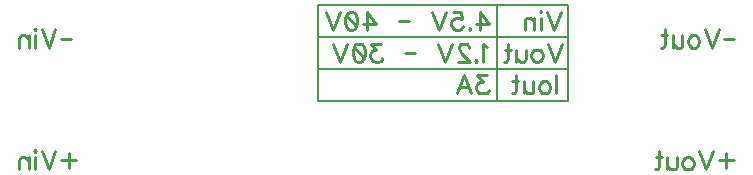
<source format=gbr>
G04 DipTrace 3.3.1.0*
G04 BottomSilk.gbr*
%MOMM*%
G04 #@! TF.FileFunction,Legend,Bot*
G04 #@! TF.Part,Single*
%ADD16C,0.2*%
%ADD60C,0.23529*%
%FSLAX35Y35*%
G04*
G71*
G90*
G75*
G01*
G04 BotSilk*
%LPD*%
X3635250Y2905000D2*
D16*
X5746627D1*
Y2635123D1*
X3635250D1*
Y2905000D1*
Y2635127D2*
X5746627D1*
Y2365247D1*
X3635250D1*
Y2635127D1*
Y2365253D2*
X5746627D1*
Y2095370D1*
X3635250D1*
Y2365253D1*
X5143373Y2905000D2*
Y2095377D1*
X1540108Y2621643D2*
D60*
X1455877D1*
X1408818Y2698293D2*
X1350531Y2545162D1*
X1292243Y2698293D1*
X1245184D2*
X1237940Y2691049D1*
X1230528Y2698293D1*
X1237940Y2705706D1*
X1245184Y2698293D1*
X1237940Y2647249D2*
Y2545162D1*
X1183469Y2647249D2*
Y2545162D1*
Y2618106D2*
X1161569Y2640006D1*
X1146913Y2647249D1*
X1125181D1*
X1110525Y2640006D1*
X1103281Y2618106D1*
Y2545162D1*
X1521577Y1655382D2*
Y1524151D1*
X1587109Y1589682D2*
X1455877D1*
X1408818Y1666417D2*
X1350531Y1513285D1*
X1292243Y1666417D1*
X1245184D2*
X1237940Y1659173D1*
X1230528Y1666417D1*
X1237940Y1673829D1*
X1245184Y1666417D1*
X1237940Y1615373D2*
Y1513285D1*
X1183469Y1615373D2*
Y1513285D1*
Y1586229D2*
X1161569Y1608129D1*
X1146913Y1615373D1*
X1125181D1*
X1110525Y1608129D1*
X1103281Y1586229D1*
Y1513285D1*
X7154892Y2621643D2*
X7070661D1*
X7023602Y2698293D2*
X6965315Y2545162D1*
X6907027Y2698293D1*
X6823581Y2647249D2*
X6838068Y2640006D1*
X6852724Y2625349D1*
X6859968Y2603449D1*
Y2588962D1*
X6852724Y2567062D1*
X6838068Y2552574D1*
X6823581Y2545162D1*
X6801681D1*
X6787024Y2552574D1*
X6772537Y2567062D1*
X6765124Y2588962D1*
Y2603449D1*
X6772537Y2625349D1*
X6787024Y2640006D1*
X6801681Y2647249D1*
X6823581D1*
X6718066D2*
Y2574306D1*
X6710822Y2552574D1*
X6696166Y2545162D1*
X6674266D1*
X6659778Y2552574D1*
X6637878Y2574306D1*
Y2647249D2*
Y2545162D1*
X6568919Y2698293D2*
Y2574306D1*
X6561675Y2552574D1*
X6547019Y2545162D1*
X6532531D1*
X6590819Y2647249D2*
X6539775D1*
X7088738Y1655382D2*
Y1524151D1*
X7154269Y1589682D2*
X7023038D1*
X6975979Y1666417D2*
X6917691Y1513285D1*
X6859404Y1666417D1*
X6775957Y1615373D2*
X6790445Y1608129D1*
X6805101Y1593473D1*
X6812345Y1571573D1*
Y1557085D1*
X6805101Y1535185D1*
X6790445Y1520697D1*
X6775957Y1513285D1*
X6754057D1*
X6739401Y1520697D1*
X6724913Y1535185D1*
X6717501Y1557085D1*
Y1571573D1*
X6724913Y1593473D1*
X6739401Y1608129D1*
X6754057Y1615373D1*
X6775957D1*
X6670442D2*
Y1542429D1*
X6663198Y1520697D1*
X6648542Y1513285D1*
X6626642D1*
X6612155Y1520697D1*
X6590255Y1542429D1*
Y1615373D2*
Y1513285D1*
X6521296Y1666417D2*
Y1542429D1*
X6514052Y1520697D1*
X6499396Y1513285D1*
X6484908D1*
X6543196Y1615373D2*
X6492152D1*
X5687038Y2849200D2*
X5628751Y2696068D1*
X5570463Y2849200D1*
X5523404D2*
X5516160Y2841956D1*
X5508748Y2849200D1*
X5516160Y2856612D1*
X5523404Y2849200D1*
X5516160Y2798156D2*
Y2696068D1*
X5461689Y2798156D2*
Y2696068D1*
Y2769012D2*
X5439789Y2790912D1*
X5425133Y2798156D1*
X5403401D1*
X5388745Y2790912D1*
X5381501Y2769012D1*
Y2696068D1*
X5006370D2*
Y2849031D1*
X5079314Y2747112D1*
X4969983D1*
X4915680Y2710725D2*
X4922924Y2703312D1*
X4915680Y2696068D1*
X4908268Y2703312D1*
X4915680Y2710725D1*
X4773777Y2849031D2*
X4846553D1*
X4853796Y2783500D1*
X4846553Y2790744D1*
X4824653Y2798156D1*
X4802921D1*
X4781021Y2790744D1*
X4766365Y2776256D1*
X4759121Y2754356D1*
Y2739868D1*
X4766365Y2717968D1*
X4781021Y2703312D1*
X4802921Y2696068D1*
X4824653D1*
X4846553Y2703312D1*
X4853796Y2710725D1*
X4861209Y2725212D1*
X4712062Y2849200D2*
X4653775Y2696068D1*
X4595487Y2849200D1*
X4400292Y2772550D2*
X4316062D1*
X4047923Y2696068D2*
Y2849031D1*
X4120867Y2747112D1*
X4011535D1*
X3920677Y2849031D2*
X3942577Y2841788D1*
X3957233Y2819888D1*
X3964477Y2783500D1*
Y2761600D1*
X3957233Y2725212D1*
X3942577Y2703312D1*
X3920677Y2696068D1*
X3906189D1*
X3884289Y2703312D1*
X3869801Y2725212D1*
X3862389Y2761600D1*
Y2783500D1*
X3869801Y2819888D1*
X3884289Y2841788D1*
X3906189Y2849031D1*
X3920677D1*
X3869801Y2819888D2*
X3957233Y2725212D1*
X3815330Y2849200D2*
X3757042Y2696068D1*
X3698755Y2849200D1*
X5697946Y2579323D2*
X5639658Y2426192D1*
X5581370Y2579323D1*
X5497924Y2528279D2*
X5512412Y2521036D1*
X5527068Y2506379D1*
X5534312Y2484479D1*
Y2469992D1*
X5527068Y2448092D1*
X5512412Y2433604D1*
X5497924Y2426192D1*
X5476024D1*
X5461368Y2433604D1*
X5446880Y2448092D1*
X5439468Y2469992D1*
Y2484479D1*
X5446880Y2506379D1*
X5461368Y2521036D1*
X5476024Y2528279D1*
X5497924D1*
X5392409D2*
Y2455336D1*
X5385165Y2433604D1*
X5370509Y2426192D1*
X5348609D1*
X5334121Y2433604D1*
X5312221Y2455336D1*
Y2528279D2*
Y2426192D1*
X5243262Y2579323D2*
Y2455336D1*
X5236019Y2433604D1*
X5221362Y2426192D1*
X5206875D1*
X5265162Y2528279D2*
X5214119D1*
X5062795Y2550011D2*
X5048139Y2557423D1*
X5026239Y2579155D1*
Y2426192D1*
X4971936Y2440848D2*
X4979180Y2433436D1*
X4971936Y2426192D1*
X4964524Y2433436D1*
X4971936Y2440848D1*
X4910053Y2542767D2*
Y2550011D1*
X4902809Y2564667D1*
X4895565Y2571911D1*
X4880909Y2579155D1*
X4851765D1*
X4837277Y2571911D1*
X4830033Y2564667D1*
X4822621Y2550011D1*
Y2535523D1*
X4830033Y2520867D1*
X4844521Y2499136D1*
X4917465Y2426192D1*
X4815377D1*
X4768318Y2579323D2*
X4710031Y2426192D1*
X4651743Y2579323D1*
X4456548Y2502673D2*
X4372318D1*
X4162467Y2579155D2*
X4082448D1*
X4126079Y2520867D1*
X4104179D1*
X4089692Y2513623D1*
X4082448Y2506379D1*
X4075035Y2484479D1*
Y2469992D1*
X4082448Y2448092D1*
X4096935Y2433436D1*
X4118835Y2426192D1*
X4140735D1*
X4162467Y2433436D1*
X4169711Y2440848D1*
X4177123Y2455336D1*
X3984177Y2579155D2*
X4006077Y2571911D1*
X4020733Y2550011D1*
X4027977Y2513623D1*
Y2491723D1*
X4020733Y2455336D1*
X4006077Y2433436D1*
X3984177Y2426192D1*
X3969689D1*
X3947789Y2433436D1*
X3933301Y2455336D1*
X3925889Y2491723D1*
Y2513623D1*
X3933301Y2550011D1*
X3947789Y2571911D1*
X3969689Y2579155D1*
X3984177D1*
X3933301Y2550011D2*
X4020733Y2455336D1*
X3878830Y2579323D2*
X3820542Y2426192D1*
X3762255Y2579323D1*
X5644874Y2309450D2*
Y2156318D1*
X5561427Y2258406D2*
X5575915Y2251162D1*
X5590571Y2236506D1*
X5597815Y2214606D1*
Y2200118D1*
X5590571Y2178218D1*
X5575915Y2163731D1*
X5561427Y2156318D1*
X5539527D1*
X5524871Y2163731D1*
X5510383Y2178218D1*
X5502971Y2200118D1*
Y2214606D1*
X5510383Y2236506D1*
X5524871Y2251162D1*
X5539527Y2258406D1*
X5561427D1*
X5455912D2*
Y2185462D1*
X5448668Y2163731D1*
X5434012Y2156318D1*
X5412112D1*
X5397625Y2163731D1*
X5375725Y2185462D1*
Y2258406D2*
Y2156318D1*
X5306766Y2309450D2*
Y2185462D1*
X5299522Y2163731D1*
X5284866Y2156318D1*
X5270378D1*
X5328666Y2258406D2*
X5277622D1*
X5061236Y2309281D2*
X4981216D1*
X5024848Y2250994D1*
X5002948D1*
X4988460Y2243750D1*
X4981216Y2236506D1*
X4973804Y2214606D1*
Y2200118D1*
X4981216Y2178218D1*
X4995704Y2163562D1*
X5017604Y2156318D1*
X5039504D1*
X5061236Y2163562D1*
X5068479Y2170975D1*
X5075892Y2185462D1*
X4810001Y2156318D2*
X4868458Y2309450D1*
X4926745Y2156318D1*
X4904845Y2207362D2*
X4831901D1*
M02*

</source>
